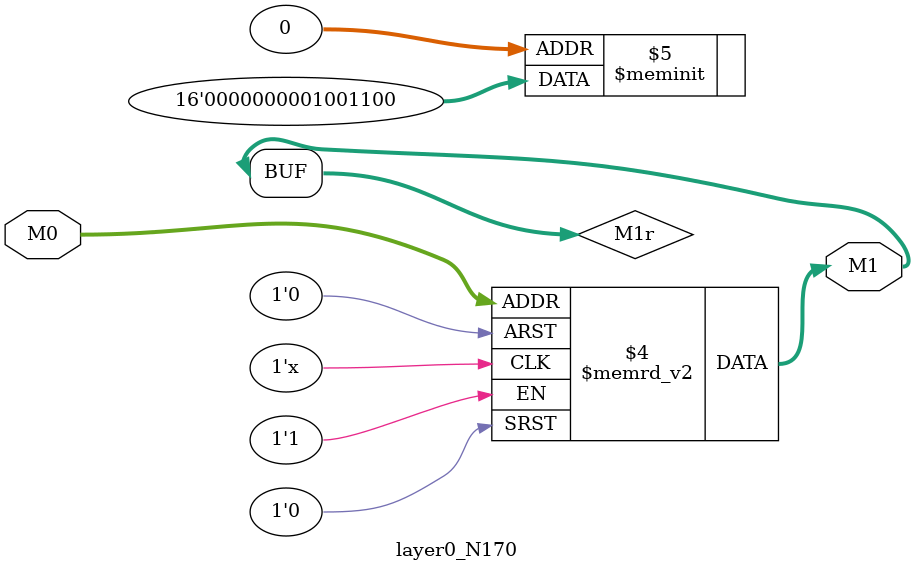
<source format=v>
module layer0_N170 ( input [2:0] M0, output [1:0] M1 );

	(*rom_style = "distributed" *) reg [1:0] M1r;
	assign M1 = M1r;
	always @ (M0) begin
		case (M0)
			3'b000: M1r = 2'b00;
			3'b100: M1r = 2'b00;
			3'b010: M1r = 2'b00;
			3'b110: M1r = 2'b00;
			3'b001: M1r = 2'b11;
			3'b101: M1r = 2'b00;
			3'b011: M1r = 2'b01;
			3'b111: M1r = 2'b00;

		endcase
	end
endmodule

</source>
